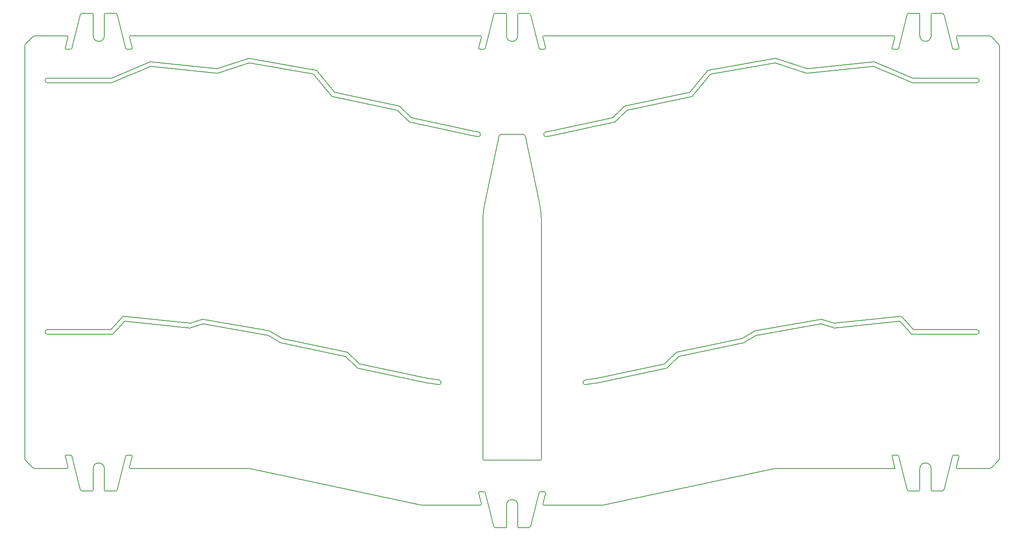
<source format=gm1>
G04 #@! TF.GenerationSoftware,KiCad,Pcbnew,(6.0.4-0)*
G04 #@! TF.CreationDate,2022-11-11T23:09:08+01:00*
G04 #@! TF.ProjectId,The-ENDGAME-MX-BAD,5468652d-454e-4444-9741-4d452d4d582d,0_1*
G04 #@! TF.SameCoordinates,Original*
G04 #@! TF.FileFunction,Profile,NP*
%FSLAX46Y46*%
G04 Gerber Fmt 4.6, Leading zero omitted, Abs format (unit mm)*
G04 Created by KiCad (PCBNEW (6.0.4-0)) date 2022-11-11 23:09:08*
%MOMM*%
%LPD*%
G01*
G04 APERTURE LIST*
G04 #@! TA.AperFunction,Profile*
%ADD10C,0.150000*%
G04 #@! TD*
G04 APERTURE END LIST*
D10*
X233555000Y-49893359D02*
X233555000Y-45143359D01*
X183066255Y-63374837D02*
G75*
G03*
X183178921Y-63306563I-41655J195837D01*
G01*
X241875194Y-49893307D02*
G75*
G03*
X241632658Y-50203993I106J-250093D01*
G01*
X163099896Y-154086557D02*
G75*
G03*
X163307807Y-154064709I4J1000157D01*
G01*
X108853955Y-123606299D02*
G75*
G03*
X108951305Y-123658086I138945J143799D01*
G01*
X47995388Y-44893379D02*
G75*
G03*
X47510317Y-45272091I12J-500021D01*
G01*
X208605472Y-57220058D02*
X201589334Y-54909093D01*
X228055000Y-145947000D02*
X227382658Y-143257634D01*
X135602596Y-72276382D02*
G75*
G03*
X135810506Y-71298240I103904J489082D01*
G01*
X249497888Y-50186257D02*
G75*
G03*
X248790786Y-49893359I-707088J-707043D01*
G01*
X135782658Y-52582725D02*
X136377342Y-50203993D01*
X242227336Y-143257632D02*
G75*
G03*
X241984806Y-142947000I-242536J60632D01*
G01*
X50355000Y-150697000D02*
X50355000Y-145947000D01*
X143205000Y-71787314D02*
X145631293Y-71787314D01*
X136025194Y-151086561D02*
X137009806Y-151086561D01*
X136134806Y-154086616D02*
G75*
G03*
X136377342Y-153775927I-6J250016D01*
G01*
X45652336Y-143136368D02*
G75*
G03*
X45409806Y-142947000I-242536J-60632D01*
G01*
X231844600Y-60301762D02*
X246205000Y-60301762D01*
X74707972Y-112808880D02*
X89411427Y-115401496D01*
X134624447Y-72068476D02*
X120552778Y-69077450D01*
X35205000Y-52307573D02*
X35205000Y-143532787D01*
X214542112Y-113709237D02*
G75*
G03*
X214624958Y-113717972I61888J189737D01*
G01*
X55214612Y-150947011D02*
G75*
G03*
X55699683Y-150568268I-12J500011D01*
G01*
X35497893Y-144239893D02*
X36912107Y-145654107D01*
X236305000Y-150947000D02*
X238414612Y-150947000D01*
X150807405Y-72276387D02*
X151785553Y-72068476D01*
X168097879Y-65565241D02*
X165466145Y-68107156D01*
X236055000Y-145947000D02*
G75*
G03*
X233555000Y-145947000I-1250000J0D01*
G01*
X197285957Y-116379628D02*
X194675414Y-117942839D01*
X144455000Y-154086561D02*
X144455000Y-158836561D01*
X91734577Y-117942853D02*
G75*
G03*
X91795753Y-117966880I102723J171653D01*
G01*
X59027336Y-143257632D02*
G75*
G03*
X58784806Y-142947000I-242536J60632D01*
G01*
X232066438Y-115036417D02*
G75*
G03*
X232214315Y-115101762I147862J134617D01*
G01*
X137252365Y-151275921D02*
G75*
G03*
X137009806Y-151086561I-242565J-60679D01*
G01*
X187270290Y-58425176D02*
G75*
G03*
X187150784Y-58494839I34910J-197224D01*
G01*
X141705000Y-44893359D02*
X139595388Y-44893359D01*
X238414612Y-44893359D02*
X236305000Y-44893359D01*
X147299702Y-45272086D02*
G75*
G03*
X146814612Y-44893359I-485102J-121314D01*
G01*
X58784806Y-52893416D02*
G75*
G03*
X59027342Y-52582725I-6J250016D01*
G01*
X135602595Y-72276387D02*
X134624447Y-72068476D01*
X136705000Y-109086561D02*
X136705000Y-91188646D01*
X54637563Y-116101762D02*
X40205000Y-116101762D01*
X55699702Y-45272086D02*
G75*
G03*
X55214612Y-44893359I-485102J-121314D01*
G01*
X47510317Y-45272091D02*
X45652342Y-52703993D01*
X241000194Y-142946994D02*
G75*
G03*
X240757658Y-143136366I6J-250006D01*
G01*
X136377385Y-50204004D02*
G75*
G03*
X136134806Y-49893359I-242585J60604D01*
G01*
X137252342Y-151275927D02*
X139110317Y-158707829D01*
X229515393Y-112234917D02*
G75*
G03*
X229346617Y-112170663I-147893J-134683D01*
G01*
X52855000Y-45143359D02*
X52855000Y-49893359D01*
X126911253Y-127318637D02*
X124019102Y-126860565D01*
X106124845Y-121012622D02*
X91795753Y-117966880D01*
X117726317Y-66431986D02*
X103343737Y-63374874D01*
X44182713Y-52582739D02*
G75*
G03*
X44425194Y-52893359I242487J-60661D01*
G01*
X246205000Y-116101762D02*
X231772437Y-116101762D01*
X144705000Y-44893400D02*
G75*
G03*
X144455000Y-45143359I0J-250000D01*
G01*
X117823666Y-66483776D02*
G75*
G03*
X117726317Y-66431986I-138966J-143824D01*
G01*
X59027342Y-143257634D02*
X58432658Y-145636366D01*
X151577641Y-71090328D02*
X150599494Y-71298240D01*
X57557694Y-52703984D02*
G75*
G03*
X57800194Y-52893359I242506J60584D01*
G01*
X149157658Y-52703993D02*
X147299683Y-45272091D01*
X54637563Y-116101747D02*
G75*
G03*
X54785441Y-116036418I37J199947D01*
G01*
X144455000Y-45143359D02*
X144455000Y-49893359D01*
X123310104Y-154086561D02*
X136134806Y-154086561D01*
X214434877Y-114726014D02*
G75*
G03*
X214517722Y-114734751I61923J190014D01*
G01*
X55699683Y-150568268D02*
X57557658Y-143136366D01*
X63127268Y-56725460D02*
X54642795Y-60286180D01*
X47510328Y-150568265D02*
G75*
G03*
X47995388Y-150947000I485072J121265D01*
G01*
X136134806Y-49893359D02*
X58675194Y-49893359D01*
X149704996Y-91183922D02*
G75*
G03*
X149269893Y-87034829I-19999996J22D01*
G01*
X103892868Y-62469255D02*
X118214758Y-65513467D01*
X35205010Y-143532787D02*
G75*
G03*
X35497893Y-144239893I999990J-13D01*
G01*
X194304575Y-116999322D02*
X196930554Y-115426869D01*
X223282732Y-56725460D02*
X231767205Y-60286180D01*
X50355000Y-49893359D02*
X50355000Y-45143359D01*
X159342314Y-126330953D02*
G75*
G03*
X159498747Y-127318637I78186J-493847D01*
G01*
X177458698Y-123658100D02*
G75*
G03*
X177556058Y-123606312I-41698J195800D01*
G01*
X84894665Y-55937568D02*
X77913486Y-58237018D01*
X211798701Y-112815666D02*
G75*
G03*
X211702028Y-112808880I-61901J-189834D01*
G01*
X208579989Y-58245962D02*
X223184430Y-56710973D01*
X227625194Y-142947000D02*
X228609806Y-142947000D01*
X99139706Y-58425196D02*
X84991964Y-55930567D01*
X53105000Y-44893400D02*
G75*
G03*
X52855000Y-45143359I0J-250000D01*
G01*
X50355041Y-45143359D02*
G75*
G03*
X50105000Y-44893359I-250041J-41D01*
G01*
X248790786Y-49893359D02*
X241875194Y-49893359D01*
X197353975Y-116354255D02*
G75*
G03*
X197285957Y-116379628I34725J-196945D01*
G01*
X77721055Y-57228984D02*
G75*
G03*
X77804528Y-57220058I20945J198884D01*
G01*
X146814612Y-44893359D02*
X144705000Y-44893359D01*
X238414612Y-150947011D02*
G75*
G03*
X238899683Y-150568268I-12J500011D01*
G01*
X57800194Y-142946994D02*
G75*
G03*
X57557658Y-143136366I6J-250006D01*
G01*
X141955000Y-49893359D02*
X141955000Y-45143359D01*
X52855000Y-145947000D02*
X52855000Y-150697000D01*
X231624559Y-116036418D02*
X229116696Y-113282325D01*
X57293304Y-113282325D02*
X54785441Y-116036418D01*
X58675194Y-145947000D02*
X84806271Y-145947000D01*
X118312129Y-65565232D02*
G75*
G03*
X118214758Y-65513467I-138929J-143868D01*
G01*
X246205000Y-59301762D02*
X232045932Y-59301762D01*
X149705000Y-91183922D02*
X149705000Y-109086561D01*
X52855000Y-145947000D02*
G75*
G03*
X50355000Y-145947000I-1250000J0D01*
G01*
X136705000Y-109086561D02*
X136705000Y-143886561D01*
X168195245Y-65513482D02*
G75*
G03*
X168097879Y-65565241I41655J-195818D01*
G01*
X150384806Y-52893319D02*
G75*
G03*
X150627342Y-52582725I94J249919D01*
G01*
X54565400Y-60301757D02*
G75*
G03*
X54642795Y-60286180I0J200057D01*
G01*
X186733711Y-57504422D02*
G75*
G03*
X186614193Y-57574028I34689J-196978D01*
G01*
X144455000Y-154086561D02*
G75*
G03*
X141955000Y-154086561I-1250000J0D01*
G01*
X201492036Y-54902092D02*
X186733704Y-57504384D01*
X35497907Y-51600480D02*
G75*
G03*
X35205000Y-52307573I707093J-707120D01*
G01*
X250912093Y-144239879D02*
G75*
G03*
X251205000Y-143532787I-706993J707079D01*
G01*
X228609806Y-52893359D02*
X227625194Y-52893359D01*
X163307807Y-154064709D02*
X201395817Y-145968853D01*
X44534806Y-145947006D02*
G75*
G03*
X44777342Y-145636366I-6J250006D01*
G01*
X201589337Y-54909085D02*
G75*
G03*
X201492036Y-54902092I-62537J-189715D01*
G01*
X71867887Y-113709235D02*
X74611302Y-112815674D01*
X108853942Y-123606312D02*
X106222208Y-121064397D01*
X136905000Y-144086561D02*
X149505000Y-144086561D01*
X71892278Y-114734746D02*
G75*
G03*
X71975123Y-114726014I20922J198846D01*
G01*
X241875194Y-145947000D02*
X248790786Y-145947000D01*
X228609806Y-52893418D02*
G75*
G03*
X228852342Y-52703993I-106J250118D01*
G01*
X106710642Y-120145885D02*
G75*
G03*
X106613285Y-120094103I-138942J-143815D01*
G01*
X50105000Y-44893359D02*
X47995388Y-44893359D01*
X118312121Y-65565241D02*
X120943855Y-68107156D01*
X58784806Y-52893359D02*
X57800194Y-52893359D01*
X227625194Y-142946994D02*
G75*
G03*
X227382658Y-143257634I6J-250006D01*
G01*
X214624958Y-113717972D02*
X229346617Y-112170663D01*
X139110317Y-45272091D02*
X137252342Y-52703993D01*
X162218896Y-125875065D02*
X176970254Y-122739567D01*
X74707968Y-112808902D02*
G75*
G03*
X74611302Y-112815674I-34768J-196998D01*
G01*
X36912100Y-145654114D02*
G75*
G03*
X37619214Y-145947000I707100J707114D01*
G01*
X50355000Y-49893359D02*
G75*
G03*
X52855000Y-49893359I1250000J0D01*
G01*
X103231085Y-63306558D02*
G75*
G03*
X103343737Y-63374874I154215J127258D01*
G01*
X71892278Y-114734751D02*
X57462087Y-113218077D01*
X241984806Y-52893359D02*
X241000194Y-52893359D01*
X106222230Y-121064375D02*
G75*
G03*
X106124845Y-121012622I-138930J-143925D01*
G01*
X146120411Y-72183587D02*
G75*
G03*
X145631293Y-71787314I-489111J-103713D01*
G01*
X89479446Y-115426869D02*
X92105425Y-116999322D01*
X99795807Y-57574028D02*
X103780210Y-62400944D01*
X208605472Y-57220057D02*
G75*
G03*
X208688947Y-57229001I62528J189557D01*
G01*
X103231079Y-63306563D02*
X99259216Y-58494839D01*
X211726431Y-113843843D02*
G75*
G03*
X211629762Y-113837049I-61931J-190057D01*
G01*
X251205000Y-143532787D02*
X251205000Y-52307573D01*
X236055000Y-150697000D02*
G75*
G03*
X236305000Y-150947000I250000J0D01*
G01*
X140786961Y-71787265D02*
G75*
G03*
X140297887Y-72183358I39J-500035D01*
G01*
X201515337Y-55937563D02*
G75*
G03*
X201418036Y-55930567I-62537J-189637D01*
G01*
X241632664Y-145636368D02*
G75*
G03*
X241875194Y-145947000I242536J-60632D01*
G01*
X106710648Y-120145878D02*
X109342383Y-122687792D01*
X57063384Y-112170654D02*
G75*
G03*
X56894600Y-112234911I-20884J-198946D01*
G01*
X40205000Y-115101838D02*
G75*
G03*
X40205000Y-116101762I0J-499962D01*
G01*
X150275194Y-49893307D02*
G75*
G03*
X150032658Y-50203993I106J-250093D01*
G01*
X227977265Y-50203974D02*
G75*
G03*
X227734806Y-49893359I-242465J60674D01*
G01*
X229116689Y-113282331D02*
G75*
G03*
X228947913Y-113218077I-147889J-134669D01*
G01*
X137142039Y-87030410D02*
G75*
G03*
X136705000Y-91188646I19562961J-4158190D01*
G01*
X150384806Y-52893359D02*
X149400194Y-52893359D01*
X85014184Y-145968849D02*
G75*
G03*
X84806271Y-145947000I-207884J-978051D01*
G01*
X227382593Y-52582709D02*
G75*
G03*
X227625194Y-52893359I242607J-60591D01*
G01*
X179796715Y-120094103D02*
X194243409Y-117023363D01*
X227382658Y-52582725D02*
X227977342Y-50203993D01*
X103780182Y-62400967D02*
G75*
G03*
X103892868Y-62469255I154218J127367D01*
G01*
X233305000Y-150947000D02*
G75*
G03*
X233555000Y-150697000I0J250000D01*
G01*
X150627383Y-151397205D02*
G75*
G03*
X150384806Y-151086561I-242583J60605D01*
G01*
X165954585Y-69025675D02*
X168586320Y-66483761D01*
X136025194Y-151086603D02*
G75*
G03*
X135782658Y-151397195I6J-249997D01*
G01*
X120455415Y-69025675D02*
X117823680Y-66483761D01*
X54195685Y-115101764D02*
G75*
G03*
X54343563Y-115036418I15J199964D01*
G01*
X186614193Y-57574028D02*
X182629790Y-62400944D01*
X124019102Y-126860565D02*
X124008806Y-126858657D01*
X241632658Y-50203993D02*
X242227342Y-52582725D01*
X231968542Y-59286167D02*
G75*
G03*
X232045932Y-59301762I77358J184067D01*
G01*
X241984806Y-52893319D02*
G75*
G03*
X242227342Y-52582725I94J249919D01*
G01*
X89124043Y-116379628D02*
G75*
G03*
X89056025Y-116354255I-102743J-171572D01*
G01*
X150032658Y-50203993D02*
X150627342Y-52582725D01*
X228947913Y-113218077D02*
X214517722Y-114734751D01*
X149505000Y-144086500D02*
G75*
G03*
X149705000Y-143886561I100J199900D01*
G01*
X74683569Y-113843844D02*
X71975123Y-114726014D01*
X120943855Y-68107156D02*
G75*
G03*
X121041218Y-68158931I138945J143856D01*
G01*
X57800194Y-142947000D02*
X58784806Y-142947000D01*
X182517132Y-62469255D02*
X168195242Y-65513467D01*
X92105427Y-116999319D02*
G75*
G03*
X92166591Y-117023363I102773J171619D01*
G01*
X141955000Y-49893359D02*
G75*
G03*
X144455000Y-49893359I1250000J0D01*
G01*
X223433245Y-55704130D02*
G75*
G03*
X223334943Y-55689645I-77445J-184770D01*
G01*
X36912107Y-50186252D02*
X35497893Y-51600466D01*
X246205000Y-116101838D02*
G75*
G03*
X246205000Y-115101762I0J500038D01*
G01*
X63075057Y-55689645D02*
X77721053Y-57229001D01*
X143205000Y-71787314D02*
X140786961Y-71787314D01*
X45409806Y-52893396D02*
G75*
G03*
X45652342Y-52703993I-6J249996D01*
G01*
X240757694Y-52703984D02*
G75*
G03*
X241000194Y-52893359I242506J60584D01*
G01*
X246205000Y-60301838D02*
G75*
G03*
X246205000Y-59301762I0J500038D01*
G01*
X99795810Y-57574025D02*
G75*
G03*
X99676296Y-57504384I-154210J-127275D01*
G01*
X58432658Y-50203993D02*
X59027342Y-52582725D01*
X149400194Y-151086561D02*
X150384806Y-151086561D01*
X223334943Y-55689645D02*
X208688947Y-57229001D01*
X121041218Y-68158931D02*
X134832359Y-71090328D01*
X84991961Y-55930583D02*
G75*
G03*
X84894665Y-55937568I-34761J-196917D01*
G01*
X238899629Y-45272105D02*
G75*
G03*
X238414612Y-44893359I-485029J-121195D01*
G01*
X168683683Y-66431986D02*
X183066263Y-63374874D01*
X168683678Y-66431963D02*
G75*
G03*
X168586320Y-66483761I41522J-195437D01*
G01*
X236305000Y-44893300D02*
G75*
G03*
X236055000Y-45143359I100J-250100D01*
G01*
X250912107Y-51600466D02*
X249497893Y-50186252D01*
X44777342Y-145636366D02*
X44182658Y-143257634D01*
X177067617Y-122687792D02*
X179699352Y-120145878D01*
X147299683Y-158707829D02*
X149157658Y-151275927D01*
X236055000Y-145947000D02*
X236055000Y-150697000D01*
X165368782Y-68158931D02*
G75*
G03*
X165466145Y-68107156I-41582J195631D01*
G01*
X232214315Y-115101762D02*
X246205000Y-115101762D01*
X120455425Y-69025665D02*
G75*
G03*
X120552778Y-69077450I138975J143865D01*
G01*
X144705000Y-159086561D02*
X146814612Y-159086561D01*
X236055000Y-45143359D02*
X236055000Y-49893359D01*
X194614247Y-117966880D02*
X180285155Y-121012622D01*
X47995388Y-150947000D02*
X50105000Y-150947000D01*
X227734806Y-49893359D02*
X150275194Y-49893359D01*
X233305000Y-44893359D02*
X231195388Y-44893359D01*
X99259239Y-58494820D02*
G75*
G03*
X99139706Y-58425196I-154239J-127380D01*
G01*
X183178921Y-63306563D02*
X187150784Y-58494839D01*
X196998573Y-115401496D02*
X211702028Y-112808880D01*
X150275194Y-154086561D02*
X163099896Y-154086561D01*
X54343563Y-115036418D02*
X56894600Y-112234911D01*
X180187792Y-121064397D02*
X177556058Y-123606312D01*
X109439746Y-122739567D02*
X124191104Y-125875065D01*
X84917964Y-54902092D02*
X99676296Y-57504384D01*
X165857226Y-69077467D02*
G75*
G03*
X165954585Y-69025675I-41526J195467D01*
G01*
X248790786Y-145946990D02*
G75*
G03*
X249497893Y-145654107I14J999990D01*
G01*
X44425194Y-142946994D02*
G75*
G03*
X44182658Y-143257634I6J-250006D01*
G01*
X126911252Y-127318642D02*
G75*
G03*
X127067687Y-126330948I78248J493842D01*
G01*
X136377342Y-153775927D02*
X135782658Y-151397195D01*
X40205000Y-59301838D02*
G75*
G03*
X40205000Y-60301762I0J-499962D01*
G01*
X187270294Y-58425196D02*
X201418036Y-55930567D01*
X139595388Y-44893379D02*
G75*
G03*
X139110317Y-45272091I12J-500021D01*
G01*
X228852342Y-143136366D02*
X230710317Y-150568268D01*
X45409806Y-52893359D02*
X44425194Y-52893359D01*
X124008806Y-126858657D02*
X108951305Y-123658086D01*
X77830011Y-58245962D02*
X63225570Y-56710973D01*
X141705000Y-159086600D02*
G75*
G03*
X141955000Y-158836561I0J250000D01*
G01*
X211629762Y-113837049D02*
X197353975Y-116354255D01*
X242227342Y-143257634D02*
X241632658Y-145636366D01*
X40205000Y-59301762D02*
X54364068Y-59301762D01*
X50105000Y-150947000D02*
G75*
G03*
X50355000Y-150697000I0J250000D01*
G01*
X150599493Y-71298235D02*
G75*
G03*
X150807405Y-72276387I104007J-489065D01*
G01*
X238899683Y-150568268D02*
X240757658Y-143136366D01*
X37619214Y-49893381D02*
G75*
G03*
X36912107Y-50186252I-14J-1000019D01*
G01*
X150032711Y-153775940D02*
G75*
G03*
X150275194Y-154086561I242489J-60660D01*
G01*
X124191104Y-125875065D02*
X124201400Y-125876973D01*
X162208600Y-125876973D02*
X162218896Y-125875065D01*
X137009806Y-52893396D02*
G75*
G03*
X137252342Y-52703993I-6J249996D01*
G01*
X176970259Y-122739589D02*
G75*
G03*
X177067617Y-122687792I-41759J195889D01*
G01*
X144455039Y-158836561D02*
G75*
G03*
X144705000Y-159086561I249961J-39D01*
G01*
X208496514Y-58237018D02*
G75*
G03*
X208579989Y-58245962I62586J190118D01*
G01*
X229515400Y-112234911D02*
X232066437Y-115036418D01*
X196998576Y-115401511D02*
G75*
G03*
X196930554Y-115426869I34624J-196789D01*
G01*
X57063383Y-112170663D02*
X71785042Y-113717972D01*
X149157694Y-52703984D02*
G75*
G03*
X149400194Y-52893359I242506J60584D01*
G01*
X57462088Y-113218068D02*
G75*
G03*
X57293304Y-113282325I-20888J-198932D01*
G01*
X228852336Y-143136368D02*
G75*
G03*
X228609806Y-142947000I-242536J-60632D01*
G01*
X89479443Y-115426874D02*
G75*
G03*
X89411427Y-115401496I-102743J-171526D01*
G01*
X162401194Y-126858657D02*
X162390898Y-126860565D01*
X165368782Y-68158931D02*
X151577641Y-71090328D01*
X223282734Y-56725455D02*
G75*
G03*
X223184430Y-56710973I-77434J-184745D01*
G01*
X89056025Y-116354255D02*
X74780238Y-113837049D01*
X231195388Y-44893282D02*
G75*
G03*
X230710317Y-45272091I112J-500118D01*
G01*
X57557658Y-52703993D02*
X55699683Y-45272091D01*
X233555000Y-49893359D02*
G75*
G03*
X236055000Y-49893359I1250000J0D01*
G01*
X136705039Y-143886561D02*
G75*
G03*
X136905000Y-144086561I199961J-39D01*
G01*
X231767206Y-60286177D02*
G75*
G03*
X231844600Y-60301762I77394J184377D01*
G01*
X44182658Y-52582725D02*
X44777342Y-50203993D01*
X233554941Y-45143359D02*
G75*
G03*
X233305000Y-44893359I-249941J59D01*
G01*
X231195388Y-150947000D02*
X233305000Y-150947000D01*
X85014183Y-145968853D02*
X123102193Y-154064709D01*
X146814612Y-159086581D02*
G75*
G03*
X147299683Y-158707829I88J499881D01*
G01*
X182517134Y-62469262D02*
G75*
G03*
X182629790Y-62400944I-41734J195862D01*
G01*
X141955000Y-158836561D02*
X141955000Y-154086561D01*
X214434877Y-114726014D02*
X211726431Y-113843844D01*
X251204978Y-52307573D02*
G75*
G03*
X250912107Y-51600466I-999878J73D01*
G01*
X139110357Y-158707819D02*
G75*
G03*
X139595388Y-159086561I485043J121219D01*
G01*
X146120415Y-72183586D02*
X149269893Y-87034829D01*
X58675194Y-49893404D02*
G75*
G03*
X58432658Y-50203993I6J-249996D01*
G01*
X52855000Y-150697000D02*
G75*
G03*
X53105000Y-150947000I250000J0D01*
G01*
X231968537Y-59286180D02*
X223433244Y-55704132D01*
X150627342Y-151397195D02*
X150032658Y-153775927D01*
X44777385Y-50204004D02*
G75*
G03*
X44534806Y-49893359I-242585J60604D01*
G01*
X149705000Y-143886561D02*
X149705000Y-109086561D01*
X179796718Y-120094116D02*
G75*
G03*
X179699352Y-120145878I41482J-195484D01*
G01*
X231624572Y-116036406D02*
G75*
G03*
X231772437Y-116101762I147828J134506D01*
G01*
X91734586Y-117942839D02*
X89124043Y-116379628D01*
X162390898Y-126860565D02*
X159498747Y-127318637D01*
X249497893Y-145654107D02*
X250912107Y-144239893D01*
X92166591Y-117023363D02*
X106613285Y-120094103D01*
X230710328Y-150568265D02*
G75*
G03*
X231195388Y-150947000I485072J121265D01*
G01*
X201603729Y-145947000D02*
X228055000Y-145947000D01*
X84917961Y-54902110D02*
G75*
G03*
X84820666Y-54909093I-34761J-196990D01*
G01*
X139595388Y-159086561D02*
X141705000Y-159086561D01*
X40205000Y-115101762D02*
X54195685Y-115101762D01*
X159342313Y-126330948D02*
X162208600Y-125876973D01*
X74780237Y-113837053D02*
G75*
G03*
X74683569Y-113843844I-34737J-196947D01*
G01*
X240757658Y-52703993D02*
X238899683Y-45272091D01*
X58432664Y-145636368D02*
G75*
G03*
X58675194Y-145947000I242536J-60632D01*
G01*
X194614250Y-117966894D02*
G75*
G03*
X194675414Y-117942839I-41850J196194D01*
G01*
X149400194Y-151086487D02*
G75*
G03*
X149157658Y-151275927I106J-250113D01*
G01*
X63075059Y-55689625D02*
G75*
G03*
X62976756Y-55704132I-20859J-198975D01*
G01*
X123102193Y-154064711D02*
G75*
G03*
X123310104Y-154086561I207907J978211D01*
G01*
X137009806Y-52893359D02*
X136025194Y-52893359D01*
X37619214Y-145947000D02*
X44534806Y-145947000D01*
X124201400Y-125876973D02*
X127067687Y-126330948D01*
X151785553Y-72068476D02*
X165857222Y-69077450D01*
X140297887Y-72183358D02*
X137142048Y-87030412D01*
X54364068Y-59301745D02*
G75*
G03*
X54441463Y-59286180I32J200045D01*
G01*
X230710317Y-45272091D02*
X228852342Y-52703993D01*
X77804528Y-57220058D02*
X84820666Y-54909093D01*
X55214612Y-44893359D02*
X53105000Y-44893359D01*
X77830011Y-58245966D02*
G75*
G03*
X77913486Y-58237018I20889J198966D01*
G01*
X194243408Y-117023360D02*
G75*
G03*
X194304575Y-116999322I-41508J195460D01*
G01*
X201515335Y-55937568D02*
X208496514Y-58237018D01*
X45652342Y-143136366D02*
X47510317Y-150568268D01*
X44534806Y-49893359D02*
X37619214Y-49893359D01*
X135782713Y-52582739D02*
G75*
G03*
X136025194Y-52893359I242487J-60661D01*
G01*
X54565400Y-60301762D02*
X40205000Y-60301762D01*
X141955041Y-45143359D02*
G75*
G03*
X141705000Y-44893359I-250041J-41D01*
G01*
X180285153Y-121012611D02*
G75*
G03*
X180187792Y-121064397I41847J-196089D01*
G01*
X71785040Y-113717993D02*
G75*
G03*
X71867887Y-113709235I20860J198893D01*
G01*
X134832359Y-71090328D02*
X135810506Y-71298240D01*
X241000194Y-142947000D02*
X241984806Y-142947000D01*
X201603729Y-145946992D02*
G75*
G03*
X201395817Y-145968853I71J-1000308D01*
G01*
X109342366Y-122687809D02*
G75*
G03*
X109439746Y-122739567I138934J143909D01*
G01*
X54441463Y-59286180D02*
X62976756Y-55704132D01*
X233555000Y-150697000D02*
X233555000Y-145947000D01*
X63225572Y-56710957D02*
G75*
G03*
X63127268Y-56725460I-20872J-198943D01*
G01*
X44425194Y-142947000D02*
X45409806Y-142947000D01*
X177458695Y-123658086D02*
X162401194Y-126858657D01*
X211798698Y-112815674D02*
X214542113Y-113709235D01*
X53105000Y-150947000D02*
X55214612Y-150947000D01*
M02*

</source>
